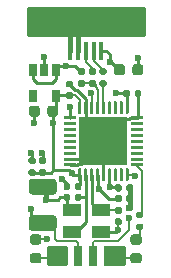
<source format=gbr>
%TF.GenerationSoftware,KiCad,Pcbnew,(5.1.8)-1*%
%TF.CreationDate,2021-01-22T22:27:45+01:00*%
%TF.ProjectId,IRMP_stm32,49524d50-5f73-4746-9d33-322e6b696361,rev?*%
%TF.SameCoordinates,Original*%
%TF.FileFunction,Copper,L1,Top*%
%TF.FilePolarity,Positive*%
%FSLAX46Y46*%
G04 Gerber Fmt 4.6, Leading zero omitted, Abs format (unit mm)*
G04 Created by KiCad (PCBNEW (5.1.8)-1) date 2021-01-22 22:27:45*
%MOMM*%
%LPD*%
G01*
G04 APERTURE LIST*
%TA.AperFunction,SMDPad,CuDef*%
%ADD10R,1.500000X1.000000*%
%TD*%
%TA.AperFunction,SMDPad,CuDef*%
%ADD11R,0.800000X1.800000*%
%TD*%
%TA.AperFunction,SMDPad,CuDef*%
%ADD12R,2.000000X1.350000*%
%TD*%
%TA.AperFunction,SMDPad,CuDef*%
%ADD13R,0.400000X1.500000*%
%TD*%
%TA.AperFunction,SMDPad,CuDef*%
%ADD14R,0.650000X1.060000*%
%TD*%
%TA.AperFunction,SMDPad,CuDef*%
%ADD15R,4.100000X4.100000*%
%TD*%
%TA.AperFunction,ViaPad*%
%ADD16C,0.600000*%
%TD*%
%TA.AperFunction,Conductor*%
%ADD17C,0.250000*%
%TD*%
%TA.AperFunction,Conductor*%
%ADD18C,0.400000*%
%TD*%
%TA.AperFunction,Conductor*%
%ADD19C,0.200000*%
%TD*%
%TA.AperFunction,Conductor*%
%ADD20C,0.254000*%
%TD*%
%TA.AperFunction,Conductor*%
%ADD21C,0.100000*%
%TD*%
G04 APERTURE END LIST*
D10*
%TO.P,XC1,4*%
%TO.N,GNDD*%
X121250000Y-115800000D03*
%TO.P,XC1,3*%
%TO.N,/OSC_IN*%
X118750000Y-115800000D03*
%TO.P,XC1,2*%
%TO.N,GNDD*%
X118750000Y-114000000D03*
%TO.P,XC1,1*%
%TO.N,/OSC_OUT*%
X121250000Y-114000000D03*
%TD*%
D11*
%TO.P,U1,4*%
%TO.N,GNDD*%
X121855000Y-117850000D03*
%TO.P,U1,3*%
%TO.N,/IR_PIN*%
X120585000Y-117850000D03*
%TO.P,U1,2*%
%TO.N,/IR_PWR*%
X119315000Y-117850000D03*
%TO.P,U1,1*%
%TO.N,GNDD*%
X118045000Y-117850000D03*
%TD*%
D12*
%TO.P,X1,6*%
%TO.N,GNDD*%
X116600000Y-97800000D03*
D13*
%TO.P,X1,1*%
%TO.N,+5V*%
X121250000Y-100500000D03*
%TO.P,X1,2*%
%TO.N,/USBCD-*%
X120600000Y-100500000D03*
%TO.P,X1,3*%
%TO.N,/USBCD+*%
X119950000Y-100500000D03*
%TO.P,X1,4*%
%TO.N,GNDD*%
X119300000Y-100500000D03*
%TO.P,X1,5*%
X118650000Y-100500000D03*
D12*
%TO.P,X1,7*%
X123300000Y-97800000D03*
%TD*%
%TO.P,R5,2*%
%TO.N,/LED_PIN*%
%TA.AperFunction,SMDPad,CuDef*%
G36*
G01*
X124685000Y-114650000D02*
X124315000Y-114650000D01*
G75*
G02*
X124180000Y-114515000I0J135000D01*
G01*
X124180000Y-114245000D01*
G75*
G02*
X124315000Y-114110000I135000J0D01*
G01*
X124685000Y-114110000D01*
G75*
G02*
X124820000Y-114245000I0J-135000D01*
G01*
X124820000Y-114515000D01*
G75*
G02*
X124685000Y-114650000I-135000J0D01*
G01*
G37*
%TD.AperFunction*%
%TO.P,R5,1*%
%TO.N,Net-(D1-Pad2)*%
%TA.AperFunction,SMDPad,CuDef*%
G36*
G01*
X124685000Y-115670000D02*
X124315000Y-115670000D01*
G75*
G02*
X124180000Y-115535000I0J135000D01*
G01*
X124180000Y-115265000D01*
G75*
G02*
X124315000Y-115130000I135000J0D01*
G01*
X124685000Y-115130000D01*
G75*
G02*
X124820000Y-115265000I0J-135000D01*
G01*
X124820000Y-115535000D01*
G75*
G02*
X124685000Y-115670000I-135000J0D01*
G01*
G37*
%TD.AperFunction*%
%TD*%
%TO.P,D1,2*%
%TO.N,Net-(D1-Pad2)*%
%TA.AperFunction,SMDPad,CuDef*%
G36*
G01*
X124456250Y-116912500D02*
X123943750Y-116912500D01*
G75*
G02*
X123725000Y-116693750I0J218750D01*
G01*
X123725000Y-116256250D01*
G75*
G02*
X123943750Y-116037500I218750J0D01*
G01*
X124456250Y-116037500D01*
G75*
G02*
X124675000Y-116256250I0J-218750D01*
G01*
X124675000Y-116693750D01*
G75*
G02*
X124456250Y-116912500I-218750J0D01*
G01*
G37*
%TD.AperFunction*%
%TO.P,D1,1*%
%TO.N,GNDD*%
%TA.AperFunction,SMDPad,CuDef*%
G36*
G01*
X124456250Y-118487500D02*
X123943750Y-118487500D01*
G75*
G02*
X123725000Y-118268750I0J218750D01*
G01*
X123725000Y-117831250D01*
G75*
G02*
X123943750Y-117612500I218750J0D01*
G01*
X124456250Y-117612500D01*
G75*
G02*
X124675000Y-117831250I0J-218750D01*
G01*
X124675000Y-118268750D01*
G75*
G02*
X124456250Y-118487500I-218750J0D01*
G01*
G37*
%TD.AperFunction*%
%TD*%
%TO.P,R6,2*%
%TO.N,+3V3*%
%TA.AperFunction,SMDPad,CuDef*%
G36*
G01*
X116115000Y-110530000D02*
X116485000Y-110530000D01*
G75*
G02*
X116620000Y-110665000I0J-135000D01*
G01*
X116620000Y-110935000D01*
G75*
G02*
X116485000Y-111070000I-135000J0D01*
G01*
X116115000Y-111070000D01*
G75*
G02*
X115980000Y-110935000I0J135000D01*
G01*
X115980000Y-110665000D01*
G75*
G02*
X116115000Y-110530000I135000J0D01*
G01*
G37*
%TD.AperFunction*%
%TO.P,R6,1*%
%TO.N,Net-(D2-Pad2)*%
%TA.AperFunction,SMDPad,CuDef*%
G36*
G01*
X116115000Y-109510000D02*
X116485000Y-109510000D01*
G75*
G02*
X116620000Y-109645000I0J-135000D01*
G01*
X116620000Y-109915000D01*
G75*
G02*
X116485000Y-110050000I-135000J0D01*
G01*
X116115000Y-110050000D01*
G75*
G02*
X115980000Y-109915000I0J135000D01*
G01*
X115980000Y-109645000D01*
G75*
G02*
X116115000Y-109510000I135000J0D01*
G01*
G37*
%TD.AperFunction*%
%TD*%
%TO.P,D2,2*%
%TO.N,Net-(D2-Pad2)*%
%TA.AperFunction,SMDPad,CuDef*%
G36*
G01*
X115956250Y-116912500D02*
X115443750Y-116912500D01*
G75*
G02*
X115225000Y-116693750I0J218750D01*
G01*
X115225000Y-116256250D01*
G75*
G02*
X115443750Y-116037500I218750J0D01*
G01*
X115956250Y-116037500D01*
G75*
G02*
X116175000Y-116256250I0J-218750D01*
G01*
X116175000Y-116693750D01*
G75*
G02*
X115956250Y-116912500I-218750J0D01*
G01*
G37*
%TD.AperFunction*%
%TO.P,D2,1*%
%TO.N,GNDD*%
%TA.AperFunction,SMDPad,CuDef*%
G36*
G01*
X115956250Y-118487500D02*
X115443750Y-118487500D01*
G75*
G02*
X115225000Y-118268750I0J218750D01*
G01*
X115225000Y-117831250D01*
G75*
G02*
X115443750Y-117612500I218750J0D01*
G01*
X115956250Y-117612500D01*
G75*
G02*
X116175000Y-117831250I0J-218750D01*
G01*
X116175000Y-118268750D01*
G75*
G02*
X115956250Y-118487500I-218750J0D01*
G01*
G37*
%TD.AperFunction*%
%TD*%
%TO.P,C1,2*%
%TO.N,GNDD*%
%TA.AperFunction,SMDPad,CuDef*%
G36*
G01*
X117225001Y-112662500D02*
X115374999Y-112662500D01*
G75*
G02*
X115125000Y-112412501I0J249999D01*
G01*
X115125000Y-111587499D01*
G75*
G02*
X115374999Y-111337500I249999J0D01*
G01*
X117225001Y-111337500D01*
G75*
G02*
X117475000Y-111587499I0J-249999D01*
G01*
X117475000Y-112412501D01*
G75*
G02*
X117225001Y-112662500I-249999J0D01*
G01*
G37*
%TD.AperFunction*%
%TO.P,C1,1*%
%TO.N,/IR_PWR*%
%TA.AperFunction,SMDPad,CuDef*%
G36*
G01*
X117225001Y-115737500D02*
X115374999Y-115737500D01*
G75*
G02*
X115125000Y-115487501I0J249999D01*
G01*
X115125000Y-114662499D01*
G75*
G02*
X115374999Y-114412500I249999J0D01*
G01*
X117225001Y-114412500D01*
G75*
G02*
X117475000Y-114662499I0J-249999D01*
G01*
X117475000Y-115487501D01*
G75*
G02*
X117225001Y-115737500I-249999J0D01*
G01*
G37*
%TD.AperFunction*%
%TD*%
D14*
%TO.P,U2,5*%
%TO.N,+3V3*%
X117400000Y-104300000D03*
%TO.P,U2,4*%
%TO.N,Net-(U2-Pad4)*%
X115500000Y-104300000D03*
%TO.P,U2,3*%
%TO.N,+5V*%
X115500000Y-102100000D03*
%TO.P,U2,2*%
%TO.N,GNDD*%
X116450000Y-102100000D03*
%TO.P,U2,1*%
%TO.N,+5V*%
X117400000Y-102100000D03*
%TD*%
D15*
%TO.P,U3,37*%
%TO.N,GNDD*%
X121443000Y-108152000D03*
%TO.P,U3,36*%
%TA.AperFunction,SMDPad,CuDef*%
G36*
G01*
X119080500Y-110277000D02*
X118130500Y-110277000D01*
G75*
G02*
X118068000Y-110214500I0J62500D01*
G01*
X118068000Y-110089500D01*
G75*
G02*
X118130500Y-110027000I62500J0D01*
G01*
X119080500Y-110027000D01*
G75*
G02*
X119143000Y-110089500I0J-62500D01*
G01*
X119143000Y-110214500D01*
G75*
G02*
X119080500Y-110277000I-62500J0D01*
G01*
G37*
%TD.AperFunction*%
%TO.P,U3,35*%
%TA.AperFunction,SMDPad,CuDef*%
G36*
G01*
X119080500Y-109777000D02*
X118130500Y-109777000D01*
G75*
G02*
X118068000Y-109714500I0J62500D01*
G01*
X118068000Y-109589500D01*
G75*
G02*
X118130500Y-109527000I62500J0D01*
G01*
X119080500Y-109527000D01*
G75*
G02*
X119143000Y-109589500I0J-62500D01*
G01*
X119143000Y-109714500D01*
G75*
G02*
X119080500Y-109777000I-62500J0D01*
G01*
G37*
%TD.AperFunction*%
%TO.P,U3,34*%
%TO.N,Net-(U3-Pad34)*%
%TA.AperFunction,SMDPad,CuDef*%
G36*
G01*
X119080500Y-109277000D02*
X118130500Y-109277000D01*
G75*
G02*
X118068000Y-109214500I0J62500D01*
G01*
X118068000Y-109089500D01*
G75*
G02*
X118130500Y-109027000I62500J0D01*
G01*
X119080500Y-109027000D01*
G75*
G02*
X119143000Y-109089500I0J-62500D01*
G01*
X119143000Y-109214500D01*
G75*
G02*
X119080500Y-109277000I-62500J0D01*
G01*
G37*
%TD.AperFunction*%
%TO.P,U3,33*%
%TO.N,Net-(U3-Pad33)*%
%TA.AperFunction,SMDPad,CuDef*%
G36*
G01*
X119080500Y-108777000D02*
X118130500Y-108777000D01*
G75*
G02*
X118068000Y-108714500I0J62500D01*
G01*
X118068000Y-108589500D01*
G75*
G02*
X118130500Y-108527000I62500J0D01*
G01*
X119080500Y-108527000D01*
G75*
G02*
X119143000Y-108589500I0J-62500D01*
G01*
X119143000Y-108714500D01*
G75*
G02*
X119080500Y-108777000I-62500J0D01*
G01*
G37*
%TD.AperFunction*%
%TO.P,U3,32*%
%TO.N,Net-(U3-Pad32)*%
%TA.AperFunction,SMDPad,CuDef*%
G36*
G01*
X119080500Y-108277000D02*
X118130500Y-108277000D01*
G75*
G02*
X118068000Y-108214500I0J62500D01*
G01*
X118068000Y-108089500D01*
G75*
G02*
X118130500Y-108027000I62500J0D01*
G01*
X119080500Y-108027000D01*
G75*
G02*
X119143000Y-108089500I0J-62500D01*
G01*
X119143000Y-108214500D01*
G75*
G02*
X119080500Y-108277000I-62500J0D01*
G01*
G37*
%TD.AperFunction*%
%TO.P,U3,31*%
%TO.N,Net-(U3-Pad31)*%
%TA.AperFunction,SMDPad,CuDef*%
G36*
G01*
X119080500Y-107777000D02*
X118130500Y-107777000D01*
G75*
G02*
X118068000Y-107714500I0J62500D01*
G01*
X118068000Y-107589500D01*
G75*
G02*
X118130500Y-107527000I62500J0D01*
G01*
X119080500Y-107527000D01*
G75*
G02*
X119143000Y-107589500I0J-62500D01*
G01*
X119143000Y-107714500D01*
G75*
G02*
X119080500Y-107777000I-62500J0D01*
G01*
G37*
%TD.AperFunction*%
%TO.P,U3,30*%
%TO.N,Net-(U3-Pad30)*%
%TA.AperFunction,SMDPad,CuDef*%
G36*
G01*
X119080500Y-107277000D02*
X118130500Y-107277000D01*
G75*
G02*
X118068000Y-107214500I0J62500D01*
G01*
X118068000Y-107089500D01*
G75*
G02*
X118130500Y-107027000I62500J0D01*
G01*
X119080500Y-107027000D01*
G75*
G02*
X119143000Y-107089500I0J-62500D01*
G01*
X119143000Y-107214500D01*
G75*
G02*
X119080500Y-107277000I-62500J0D01*
G01*
G37*
%TD.AperFunction*%
%TO.P,U3,29*%
%TO.N,Net-(U3-Pad29)*%
%TA.AperFunction,SMDPad,CuDef*%
G36*
G01*
X119080500Y-106777000D02*
X118130500Y-106777000D01*
G75*
G02*
X118068000Y-106714500I0J62500D01*
G01*
X118068000Y-106589500D01*
G75*
G02*
X118130500Y-106527000I62500J0D01*
G01*
X119080500Y-106527000D01*
G75*
G02*
X119143000Y-106589500I0J-62500D01*
G01*
X119143000Y-106714500D01*
G75*
G02*
X119080500Y-106777000I-62500J0D01*
G01*
G37*
%TD.AperFunction*%
%TO.P,U3,28*%
%TO.N,/SWCLK*%
%TA.AperFunction,SMDPad,CuDef*%
G36*
G01*
X119080500Y-106277000D02*
X118130500Y-106277000D01*
G75*
G02*
X118068000Y-106214500I0J62500D01*
G01*
X118068000Y-106089500D01*
G75*
G02*
X118130500Y-106027000I62500J0D01*
G01*
X119080500Y-106027000D01*
G75*
G02*
X119143000Y-106089500I0J-62500D01*
G01*
X119143000Y-106214500D01*
G75*
G02*
X119080500Y-106277000I-62500J0D01*
G01*
G37*
%TD.AperFunction*%
%TO.P,U3,27*%
%TO.N,+3V3*%
%TA.AperFunction,SMDPad,CuDef*%
G36*
G01*
X119505500Y-105852000D02*
X119380500Y-105852000D01*
G75*
G02*
X119318000Y-105789500I0J62500D01*
G01*
X119318000Y-104839500D01*
G75*
G02*
X119380500Y-104777000I62500J0D01*
G01*
X119505500Y-104777000D01*
G75*
G02*
X119568000Y-104839500I0J-62500D01*
G01*
X119568000Y-105789500D01*
G75*
G02*
X119505500Y-105852000I-62500J0D01*
G01*
G37*
%TD.AperFunction*%
%TO.P,U3,26*%
%TO.N,GNDD*%
%TA.AperFunction,SMDPad,CuDef*%
G36*
G01*
X120005500Y-105852000D02*
X119880500Y-105852000D01*
G75*
G02*
X119818000Y-105789500I0J62500D01*
G01*
X119818000Y-104839500D01*
G75*
G02*
X119880500Y-104777000I62500J0D01*
G01*
X120005500Y-104777000D01*
G75*
G02*
X120068000Y-104839500I0J-62500D01*
G01*
X120068000Y-105789500D01*
G75*
G02*
X120005500Y-105852000I-62500J0D01*
G01*
G37*
%TD.AperFunction*%
%TO.P,U3,25*%
%TO.N,/SWDIO*%
%TA.AperFunction,SMDPad,CuDef*%
G36*
G01*
X120505500Y-105852000D02*
X120380500Y-105852000D01*
G75*
G02*
X120318000Y-105789500I0J62500D01*
G01*
X120318000Y-104839500D01*
G75*
G02*
X120380500Y-104777000I62500J0D01*
G01*
X120505500Y-104777000D01*
G75*
G02*
X120568000Y-104839500I0J-62500D01*
G01*
X120568000Y-105789500D01*
G75*
G02*
X120505500Y-105852000I-62500J0D01*
G01*
G37*
%TD.AperFunction*%
%TO.P,U3,24*%
%TO.N,/USBD+*%
%TA.AperFunction,SMDPad,CuDef*%
G36*
G01*
X121005500Y-105852000D02*
X120880500Y-105852000D01*
G75*
G02*
X120818000Y-105789500I0J62500D01*
G01*
X120818000Y-104839500D01*
G75*
G02*
X120880500Y-104777000I62500J0D01*
G01*
X121005500Y-104777000D01*
G75*
G02*
X121068000Y-104839500I0J-62500D01*
G01*
X121068000Y-105789500D01*
G75*
G02*
X121005500Y-105852000I-62500J0D01*
G01*
G37*
%TD.AperFunction*%
%TO.P,U3,23*%
%TO.N,/USBD-*%
%TA.AperFunction,SMDPad,CuDef*%
G36*
G01*
X121505500Y-105852000D02*
X121380500Y-105852000D01*
G75*
G02*
X121318000Y-105789500I0J62500D01*
G01*
X121318000Y-104839500D01*
G75*
G02*
X121380500Y-104777000I62500J0D01*
G01*
X121505500Y-104777000D01*
G75*
G02*
X121568000Y-104839500I0J-62500D01*
G01*
X121568000Y-105789500D01*
G75*
G02*
X121505500Y-105852000I-62500J0D01*
G01*
G37*
%TD.AperFunction*%
%TO.P,U3,22*%
%TO.N,Net-(U3-Pad22)*%
%TA.AperFunction,SMDPad,CuDef*%
G36*
G01*
X122005500Y-105852000D02*
X121880500Y-105852000D01*
G75*
G02*
X121818000Y-105789500I0J62500D01*
G01*
X121818000Y-104839500D01*
G75*
G02*
X121880500Y-104777000I62500J0D01*
G01*
X122005500Y-104777000D01*
G75*
G02*
X122068000Y-104839500I0J-62500D01*
G01*
X122068000Y-105789500D01*
G75*
G02*
X122005500Y-105852000I-62500J0D01*
G01*
G37*
%TD.AperFunction*%
%TO.P,U3,21*%
%TO.N,Net-(U3-Pad21)*%
%TA.AperFunction,SMDPad,CuDef*%
G36*
G01*
X122505500Y-105852000D02*
X122380500Y-105852000D01*
G75*
G02*
X122318000Y-105789500I0J62500D01*
G01*
X122318000Y-104839500D01*
G75*
G02*
X122380500Y-104777000I62500J0D01*
G01*
X122505500Y-104777000D01*
G75*
G02*
X122568000Y-104839500I0J-62500D01*
G01*
X122568000Y-105789500D01*
G75*
G02*
X122505500Y-105852000I-62500J0D01*
G01*
G37*
%TD.AperFunction*%
%TO.P,U3,20*%
%TO.N,Net-(U3-Pad20)*%
%TA.AperFunction,SMDPad,CuDef*%
G36*
G01*
X123005500Y-105852000D02*
X122880500Y-105852000D01*
G75*
G02*
X122818000Y-105789500I0J62500D01*
G01*
X122818000Y-104839500D01*
G75*
G02*
X122880500Y-104777000I62500J0D01*
G01*
X123005500Y-104777000D01*
G75*
G02*
X123068000Y-104839500I0J-62500D01*
G01*
X123068000Y-105789500D01*
G75*
G02*
X123005500Y-105852000I-62500J0D01*
G01*
G37*
%TD.AperFunction*%
%TO.P,U3,19*%
%TO.N,+3V3*%
%TA.AperFunction,SMDPad,CuDef*%
G36*
G01*
X123505500Y-105852000D02*
X123380500Y-105852000D01*
G75*
G02*
X123318000Y-105789500I0J62500D01*
G01*
X123318000Y-104839500D01*
G75*
G02*
X123380500Y-104777000I62500J0D01*
G01*
X123505500Y-104777000D01*
G75*
G02*
X123568000Y-104839500I0J-62500D01*
G01*
X123568000Y-105789500D01*
G75*
G02*
X123505500Y-105852000I-62500J0D01*
G01*
G37*
%TD.AperFunction*%
%TO.P,U3,18*%
%TO.N,GNDD*%
%TA.AperFunction,SMDPad,CuDef*%
G36*
G01*
X124755500Y-106277000D02*
X123805500Y-106277000D01*
G75*
G02*
X123743000Y-106214500I0J62500D01*
G01*
X123743000Y-106089500D01*
G75*
G02*
X123805500Y-106027000I62500J0D01*
G01*
X124755500Y-106027000D01*
G75*
G02*
X124818000Y-106089500I0J-62500D01*
G01*
X124818000Y-106214500D01*
G75*
G02*
X124755500Y-106277000I-62500J0D01*
G01*
G37*
%TD.AperFunction*%
%TO.P,U3,17*%
%TO.N,Net-(U3-Pad17)*%
%TA.AperFunction,SMDPad,CuDef*%
G36*
G01*
X124755500Y-106777000D02*
X123805500Y-106777000D01*
G75*
G02*
X123743000Y-106714500I0J62500D01*
G01*
X123743000Y-106589500D01*
G75*
G02*
X123805500Y-106527000I62500J0D01*
G01*
X124755500Y-106527000D01*
G75*
G02*
X124818000Y-106589500I0J-62500D01*
G01*
X124818000Y-106714500D01*
G75*
G02*
X124755500Y-106777000I-62500J0D01*
G01*
G37*
%TD.AperFunction*%
%TO.P,U3,16*%
%TO.N,Net-(U3-Pad16)*%
%TA.AperFunction,SMDPad,CuDef*%
G36*
G01*
X124755500Y-107277000D02*
X123805500Y-107277000D01*
G75*
G02*
X123743000Y-107214500I0J62500D01*
G01*
X123743000Y-107089500D01*
G75*
G02*
X123805500Y-107027000I62500J0D01*
G01*
X124755500Y-107027000D01*
G75*
G02*
X124818000Y-107089500I0J-62500D01*
G01*
X124818000Y-107214500D01*
G75*
G02*
X124755500Y-107277000I-62500J0D01*
G01*
G37*
%TD.AperFunction*%
%TO.P,U3,15*%
%TO.N,Net-(U3-Pad15)*%
%TA.AperFunction,SMDPad,CuDef*%
G36*
G01*
X124755500Y-107777000D02*
X123805500Y-107777000D01*
G75*
G02*
X123743000Y-107714500I0J62500D01*
G01*
X123743000Y-107589500D01*
G75*
G02*
X123805500Y-107527000I62500J0D01*
G01*
X124755500Y-107527000D01*
G75*
G02*
X124818000Y-107589500I0J-62500D01*
G01*
X124818000Y-107714500D01*
G75*
G02*
X124755500Y-107777000I-62500J0D01*
G01*
G37*
%TD.AperFunction*%
%TO.P,U3,14*%
%TO.N,Net-(U3-Pad14)*%
%TA.AperFunction,SMDPad,CuDef*%
G36*
G01*
X124755500Y-108277000D02*
X123805500Y-108277000D01*
G75*
G02*
X123743000Y-108214500I0J62500D01*
G01*
X123743000Y-108089500D01*
G75*
G02*
X123805500Y-108027000I62500J0D01*
G01*
X124755500Y-108027000D01*
G75*
G02*
X124818000Y-108089500I0J-62500D01*
G01*
X124818000Y-108214500D01*
G75*
G02*
X124755500Y-108277000I-62500J0D01*
G01*
G37*
%TD.AperFunction*%
%TO.P,U3,13*%
%TO.N,Net-(U3-Pad13)*%
%TA.AperFunction,SMDPad,CuDef*%
G36*
G01*
X124755500Y-108777000D02*
X123805500Y-108777000D01*
G75*
G02*
X123743000Y-108714500I0J62500D01*
G01*
X123743000Y-108589500D01*
G75*
G02*
X123805500Y-108527000I62500J0D01*
G01*
X124755500Y-108527000D01*
G75*
G02*
X124818000Y-108589500I0J-62500D01*
G01*
X124818000Y-108714500D01*
G75*
G02*
X124755500Y-108777000I-62500J0D01*
G01*
G37*
%TD.AperFunction*%
%TO.P,U3,12*%
%TO.N,Net-(U3-Pad12)*%
%TA.AperFunction,SMDPad,CuDef*%
G36*
G01*
X124755500Y-109277000D02*
X123805500Y-109277000D01*
G75*
G02*
X123743000Y-109214500I0J62500D01*
G01*
X123743000Y-109089500D01*
G75*
G02*
X123805500Y-109027000I62500J0D01*
G01*
X124755500Y-109027000D01*
G75*
G02*
X124818000Y-109089500I0J-62500D01*
G01*
X124818000Y-109214500D01*
G75*
G02*
X124755500Y-109277000I-62500J0D01*
G01*
G37*
%TD.AperFunction*%
%TO.P,U3,11*%
%TO.N,Net-(U3-Pad11)*%
%TA.AperFunction,SMDPad,CuDef*%
G36*
G01*
X124755500Y-109777000D02*
X123805500Y-109777000D01*
G75*
G02*
X123743000Y-109714500I0J62500D01*
G01*
X123743000Y-109589500D01*
G75*
G02*
X123805500Y-109527000I62500J0D01*
G01*
X124755500Y-109527000D01*
G75*
G02*
X124818000Y-109589500I0J-62500D01*
G01*
X124818000Y-109714500D01*
G75*
G02*
X124755500Y-109777000I-62500J0D01*
G01*
G37*
%TD.AperFunction*%
%TO.P,U3,10*%
%TO.N,/LED_PIN*%
%TA.AperFunction,SMDPad,CuDef*%
G36*
G01*
X124755500Y-110277000D02*
X123805500Y-110277000D01*
G75*
G02*
X123743000Y-110214500I0J62500D01*
G01*
X123743000Y-110089500D01*
G75*
G02*
X123805500Y-110027000I62500J0D01*
G01*
X124755500Y-110027000D01*
G75*
G02*
X124818000Y-110089500I0J-62500D01*
G01*
X124818000Y-110214500D01*
G75*
G02*
X124755500Y-110277000I-62500J0D01*
G01*
G37*
%TD.AperFunction*%
%TO.P,U3,9*%
%TO.N,/IR_PIN*%
%TA.AperFunction,SMDPad,CuDef*%
G36*
G01*
X123505500Y-111527000D02*
X123380500Y-111527000D01*
G75*
G02*
X123318000Y-111464500I0J62500D01*
G01*
X123318000Y-110514500D01*
G75*
G02*
X123380500Y-110452000I62500J0D01*
G01*
X123505500Y-110452000D01*
G75*
G02*
X123568000Y-110514500I0J-62500D01*
G01*
X123568000Y-111464500D01*
G75*
G02*
X123505500Y-111527000I-62500J0D01*
G01*
G37*
%TD.AperFunction*%
%TO.P,U3,8*%
%TO.N,Net-(U3-Pad8)*%
%TA.AperFunction,SMDPad,CuDef*%
G36*
G01*
X123005500Y-111527000D02*
X122880500Y-111527000D01*
G75*
G02*
X122818000Y-111464500I0J62500D01*
G01*
X122818000Y-110514500D01*
G75*
G02*
X122880500Y-110452000I62500J0D01*
G01*
X123005500Y-110452000D01*
G75*
G02*
X123068000Y-110514500I0J-62500D01*
G01*
X123068000Y-111464500D01*
G75*
G02*
X123005500Y-111527000I-62500J0D01*
G01*
G37*
%TD.AperFunction*%
%TO.P,U3,7*%
%TO.N,Net-(U3-Pad7)*%
%TA.AperFunction,SMDPad,CuDef*%
G36*
G01*
X122505500Y-111527000D02*
X122380500Y-111527000D01*
G75*
G02*
X122318000Y-111464500I0J62500D01*
G01*
X122318000Y-110514500D01*
G75*
G02*
X122380500Y-110452000I62500J0D01*
G01*
X122505500Y-110452000D01*
G75*
G02*
X122568000Y-110514500I0J-62500D01*
G01*
X122568000Y-111464500D01*
G75*
G02*
X122505500Y-111527000I-62500J0D01*
G01*
G37*
%TD.AperFunction*%
%TO.P,U3,6*%
%TO.N,+3V3*%
%TA.AperFunction,SMDPad,CuDef*%
G36*
G01*
X122005500Y-111527000D02*
X121880500Y-111527000D01*
G75*
G02*
X121818000Y-111464500I0J62500D01*
G01*
X121818000Y-110514500D01*
G75*
G02*
X121880500Y-110452000I62500J0D01*
G01*
X122005500Y-110452000D01*
G75*
G02*
X122068000Y-110514500I0J-62500D01*
G01*
X122068000Y-111464500D01*
G75*
G02*
X122005500Y-111527000I-62500J0D01*
G01*
G37*
%TD.AperFunction*%
%TO.P,U3,5*%
%TO.N,GNDD*%
%TA.AperFunction,SMDPad,CuDef*%
G36*
G01*
X121505500Y-111527000D02*
X121380500Y-111527000D01*
G75*
G02*
X121318000Y-111464500I0J62500D01*
G01*
X121318000Y-110514500D01*
G75*
G02*
X121380500Y-110452000I62500J0D01*
G01*
X121505500Y-110452000D01*
G75*
G02*
X121568000Y-110514500I0J-62500D01*
G01*
X121568000Y-111464500D01*
G75*
G02*
X121505500Y-111527000I-62500J0D01*
G01*
G37*
%TD.AperFunction*%
%TO.P,U3,4*%
%TO.N,/NRST*%
%TA.AperFunction,SMDPad,CuDef*%
G36*
G01*
X121005500Y-111527000D02*
X120880500Y-111527000D01*
G75*
G02*
X120818000Y-111464500I0J62500D01*
G01*
X120818000Y-110514500D01*
G75*
G02*
X120880500Y-110452000I62500J0D01*
G01*
X121005500Y-110452000D01*
G75*
G02*
X121068000Y-110514500I0J-62500D01*
G01*
X121068000Y-111464500D01*
G75*
G02*
X121005500Y-111527000I-62500J0D01*
G01*
G37*
%TD.AperFunction*%
%TO.P,U3,3*%
%TO.N,/OSC_OUT*%
%TA.AperFunction,SMDPad,CuDef*%
G36*
G01*
X120505500Y-111527000D02*
X120380500Y-111527000D01*
G75*
G02*
X120318000Y-111464500I0J62500D01*
G01*
X120318000Y-110514500D01*
G75*
G02*
X120380500Y-110452000I62500J0D01*
G01*
X120505500Y-110452000D01*
G75*
G02*
X120568000Y-110514500I0J-62500D01*
G01*
X120568000Y-111464500D01*
G75*
G02*
X120505500Y-111527000I-62500J0D01*
G01*
G37*
%TD.AperFunction*%
%TO.P,U3,2*%
%TO.N,/OSC_IN*%
%TA.AperFunction,SMDPad,CuDef*%
G36*
G01*
X120005500Y-111527000D02*
X119880500Y-111527000D01*
G75*
G02*
X119818000Y-111464500I0J62500D01*
G01*
X119818000Y-110514500D01*
G75*
G02*
X119880500Y-110452000I62500J0D01*
G01*
X120005500Y-110452000D01*
G75*
G02*
X120068000Y-110514500I0J-62500D01*
G01*
X120068000Y-111464500D01*
G75*
G02*
X120005500Y-111527000I-62500J0D01*
G01*
G37*
%TD.AperFunction*%
%TO.P,U3,1*%
%TO.N,+3V3*%
%TA.AperFunction,SMDPad,CuDef*%
G36*
G01*
X119505500Y-111527000D02*
X119380500Y-111527000D01*
G75*
G02*
X119318000Y-111464500I0J62500D01*
G01*
X119318000Y-110514500D01*
G75*
G02*
X119380500Y-110452000I62500J0D01*
G01*
X119505500Y-110452000D01*
G75*
G02*
X119568000Y-110514500I0J-62500D01*
G01*
X119568000Y-111464500D01*
G75*
G02*
X119505500Y-111527000I-62500J0D01*
G01*
G37*
%TD.AperFunction*%
%TD*%
%TO.P,C6,2*%
%TO.N,+3V3*%
%TA.AperFunction,SMDPad,CuDef*%
G36*
G01*
X116700000Y-105850000D02*
X116700000Y-105350000D01*
G75*
G02*
X116925000Y-105125000I225000J0D01*
G01*
X117375000Y-105125000D01*
G75*
G02*
X117600000Y-105350000I0J-225000D01*
G01*
X117600000Y-105850000D01*
G75*
G02*
X117375000Y-106075000I-225000J0D01*
G01*
X116925000Y-106075000D01*
G75*
G02*
X116700000Y-105850000I0J225000D01*
G01*
G37*
%TD.AperFunction*%
%TO.P,C6,1*%
%TO.N,GNDD*%
%TA.AperFunction,SMDPad,CuDef*%
G36*
G01*
X115150000Y-105850000D02*
X115150000Y-105350000D01*
G75*
G02*
X115375000Y-105125000I225000J0D01*
G01*
X115825000Y-105125000D01*
G75*
G02*
X116050000Y-105350000I0J-225000D01*
G01*
X116050000Y-105850000D01*
G75*
G02*
X115825000Y-106075000I-225000J0D01*
G01*
X115375000Y-106075000D01*
G75*
G02*
X115150000Y-105850000I0J225000D01*
G01*
G37*
%TD.AperFunction*%
%TD*%
%TO.P,C7,2*%
%TO.N,+3V3*%
%TA.AperFunction,SMDPad,CuDef*%
G36*
G01*
X122980000Y-111930000D02*
X122980000Y-112270000D01*
G75*
G02*
X122840000Y-112410000I-140000J0D01*
G01*
X122560000Y-112410000D01*
G75*
G02*
X122420000Y-112270000I0J140000D01*
G01*
X122420000Y-111930000D01*
G75*
G02*
X122560000Y-111790000I140000J0D01*
G01*
X122840000Y-111790000D01*
G75*
G02*
X122980000Y-111930000I0J-140000D01*
G01*
G37*
%TD.AperFunction*%
%TO.P,C7,1*%
%TO.N,GNDD*%
%TA.AperFunction,SMDPad,CuDef*%
G36*
G01*
X123940000Y-111930000D02*
X123940000Y-112270000D01*
G75*
G02*
X123800000Y-112410000I-140000J0D01*
G01*
X123520000Y-112410000D01*
G75*
G02*
X123380000Y-112270000I0J140000D01*
G01*
X123380000Y-111930000D01*
G75*
G02*
X123520000Y-111790000I140000J0D01*
G01*
X123800000Y-111790000D01*
G75*
G02*
X123940000Y-111930000I0J-140000D01*
G01*
G37*
%TD.AperFunction*%
%TD*%
%TO.P,C4,2*%
%TO.N,/NRST*%
%TA.AperFunction,SMDPad,CuDef*%
G36*
G01*
X122980000Y-112830000D02*
X122980000Y-113170000D01*
G75*
G02*
X122840000Y-113310000I-140000J0D01*
G01*
X122560000Y-113310000D01*
G75*
G02*
X122420000Y-113170000I0J140000D01*
G01*
X122420000Y-112830000D01*
G75*
G02*
X122560000Y-112690000I140000J0D01*
G01*
X122840000Y-112690000D01*
G75*
G02*
X122980000Y-112830000I0J-140000D01*
G01*
G37*
%TD.AperFunction*%
%TO.P,C4,1*%
%TO.N,GNDD*%
%TA.AperFunction,SMDPad,CuDef*%
G36*
G01*
X123940000Y-112830000D02*
X123940000Y-113170000D01*
G75*
G02*
X123800000Y-113310000I-140000J0D01*
G01*
X123520000Y-113310000D01*
G75*
G02*
X123380000Y-113170000I0J140000D01*
G01*
X123380000Y-112830000D01*
G75*
G02*
X123520000Y-112690000I140000J0D01*
G01*
X123800000Y-112690000D01*
G75*
G02*
X123940000Y-112830000I0J-140000D01*
G01*
G37*
%TD.AperFunction*%
%TD*%
%TO.P,C2,2*%
%TO.N,/OSC_OUT*%
%TA.AperFunction,SMDPad,CuDef*%
G36*
G01*
X122870000Y-114280000D02*
X122530000Y-114280000D01*
G75*
G02*
X122390000Y-114140000I0J140000D01*
G01*
X122390000Y-113860000D01*
G75*
G02*
X122530000Y-113720000I140000J0D01*
G01*
X122870000Y-113720000D01*
G75*
G02*
X123010000Y-113860000I0J-140000D01*
G01*
X123010000Y-114140000D01*
G75*
G02*
X122870000Y-114280000I-140000J0D01*
G01*
G37*
%TD.AperFunction*%
%TO.P,C2,1*%
%TO.N,GNDD*%
%TA.AperFunction,SMDPad,CuDef*%
G36*
G01*
X122870000Y-115240000D02*
X122530000Y-115240000D01*
G75*
G02*
X122390000Y-115100000I0J140000D01*
G01*
X122390000Y-114820000D01*
G75*
G02*
X122530000Y-114680000I140000J0D01*
G01*
X122870000Y-114680000D01*
G75*
G02*
X123010000Y-114820000I0J-140000D01*
G01*
X123010000Y-115100000D01*
G75*
G02*
X122870000Y-115240000I-140000J0D01*
G01*
G37*
%TD.AperFunction*%
%TD*%
%TO.P,C3,2*%
%TO.N,+5V*%
%TA.AperFunction,SMDPad,CuDef*%
G36*
G01*
X123250000Y-101850000D02*
X123250000Y-102350000D01*
G75*
G02*
X123025000Y-102575000I-225000J0D01*
G01*
X122575000Y-102575000D01*
G75*
G02*
X122350000Y-102350000I0J225000D01*
G01*
X122350000Y-101850000D01*
G75*
G02*
X122575000Y-101625000I225000J0D01*
G01*
X123025000Y-101625000D01*
G75*
G02*
X123250000Y-101850000I0J-225000D01*
G01*
G37*
%TD.AperFunction*%
%TO.P,C3,1*%
%TO.N,GNDD*%
%TA.AperFunction,SMDPad,CuDef*%
G36*
G01*
X124800000Y-101850000D02*
X124800000Y-102350000D01*
G75*
G02*
X124575000Y-102575000I-225000J0D01*
G01*
X124125000Y-102575000D01*
G75*
G02*
X123900000Y-102350000I0J225000D01*
G01*
X123900000Y-101850000D01*
G75*
G02*
X124125000Y-101625000I225000J0D01*
G01*
X124575000Y-101625000D01*
G75*
G02*
X124800000Y-101850000I0J-225000D01*
G01*
G37*
%TD.AperFunction*%
%TD*%
%TO.P,C8,2*%
%TO.N,+3V3*%
%TA.AperFunction,SMDPad,CuDef*%
G36*
G01*
X123680000Y-103930000D02*
X123680000Y-104270000D01*
G75*
G02*
X123540000Y-104410000I-140000J0D01*
G01*
X123260000Y-104410000D01*
G75*
G02*
X123120000Y-104270000I0J140000D01*
G01*
X123120000Y-103930000D01*
G75*
G02*
X123260000Y-103790000I140000J0D01*
G01*
X123540000Y-103790000D01*
G75*
G02*
X123680000Y-103930000I0J-140000D01*
G01*
G37*
%TD.AperFunction*%
%TO.P,C8,1*%
%TO.N,GNDD*%
%TA.AperFunction,SMDPad,CuDef*%
G36*
G01*
X124640000Y-103930000D02*
X124640000Y-104270000D01*
G75*
G02*
X124500000Y-104410000I-140000J0D01*
G01*
X124220000Y-104410000D01*
G75*
G02*
X124080000Y-104270000I0J140000D01*
G01*
X124080000Y-103930000D01*
G75*
G02*
X124220000Y-103790000I140000J0D01*
G01*
X124500000Y-103790000D01*
G75*
G02*
X124640000Y-103930000I0J-140000D01*
G01*
G37*
%TD.AperFunction*%
%TD*%
%TO.P,R2,2*%
%TO.N,/USBCD+*%
%TA.AperFunction,SMDPad,CuDef*%
G36*
G01*
X120685000Y-102505000D02*
X120315000Y-102505000D01*
G75*
G02*
X120180000Y-102370000I0J135000D01*
G01*
X120180000Y-102100000D01*
G75*
G02*
X120315000Y-101965000I135000J0D01*
G01*
X120685000Y-101965000D01*
G75*
G02*
X120820000Y-102100000I0J-135000D01*
G01*
X120820000Y-102370000D01*
G75*
G02*
X120685000Y-102505000I-135000J0D01*
G01*
G37*
%TD.AperFunction*%
%TO.P,R2,1*%
%TO.N,/USBD+*%
%TA.AperFunction,SMDPad,CuDef*%
G36*
G01*
X120685000Y-103525000D02*
X120315000Y-103525000D01*
G75*
G02*
X120180000Y-103390000I0J135000D01*
G01*
X120180000Y-103120000D01*
G75*
G02*
X120315000Y-102985000I135000J0D01*
G01*
X120685000Y-102985000D01*
G75*
G02*
X120820000Y-103120000I0J-135000D01*
G01*
X120820000Y-103390000D01*
G75*
G02*
X120685000Y-103525000I-135000J0D01*
G01*
G37*
%TD.AperFunction*%
%TD*%
%TO.P,C9,2*%
%TO.N,+3V3*%
%TA.AperFunction,SMDPad,CuDef*%
G36*
G01*
X119020000Y-112170000D02*
X119020000Y-111830000D01*
G75*
G02*
X119160000Y-111690000I140000J0D01*
G01*
X119440000Y-111690000D01*
G75*
G02*
X119580000Y-111830000I0J-140000D01*
G01*
X119580000Y-112170000D01*
G75*
G02*
X119440000Y-112310000I-140000J0D01*
G01*
X119160000Y-112310000D01*
G75*
G02*
X119020000Y-112170000I0J140000D01*
G01*
G37*
%TD.AperFunction*%
%TO.P,C9,1*%
%TO.N,GNDD*%
%TA.AperFunction,SMDPad,CuDef*%
G36*
G01*
X118060000Y-112170000D02*
X118060000Y-111830000D01*
G75*
G02*
X118200000Y-111690000I140000J0D01*
G01*
X118480000Y-111690000D01*
G75*
G02*
X118620000Y-111830000I0J-140000D01*
G01*
X118620000Y-112170000D01*
G75*
G02*
X118480000Y-112310000I-140000J0D01*
G01*
X118200000Y-112310000D01*
G75*
G02*
X118060000Y-112170000I0J140000D01*
G01*
G37*
%TD.AperFunction*%
%TD*%
%TO.P,R3,2*%
%TO.N,+5V*%
%TA.AperFunction,SMDPad,CuDef*%
G36*
G01*
X119785000Y-102503000D02*
X119415000Y-102503000D01*
G75*
G02*
X119280000Y-102368000I0J135000D01*
G01*
X119280000Y-102098000D01*
G75*
G02*
X119415000Y-101963000I135000J0D01*
G01*
X119785000Y-101963000D01*
G75*
G02*
X119920000Y-102098000I0J-135000D01*
G01*
X119920000Y-102368000D01*
G75*
G02*
X119785000Y-102503000I-135000J0D01*
G01*
G37*
%TD.AperFunction*%
%TO.P,R3,1*%
%TO.N,/USBD+*%
%TA.AperFunction,SMDPad,CuDef*%
G36*
G01*
X119785000Y-103523000D02*
X119415000Y-103523000D01*
G75*
G02*
X119280000Y-103388000I0J135000D01*
G01*
X119280000Y-103118000D01*
G75*
G02*
X119415000Y-102983000I135000J0D01*
G01*
X119785000Y-102983000D01*
G75*
G02*
X119920000Y-103118000I0J-135000D01*
G01*
X119920000Y-103388000D01*
G75*
G02*
X119785000Y-103523000I-135000J0D01*
G01*
G37*
%TD.AperFunction*%
%TD*%
%TO.P,R1,2*%
%TO.N,/USBCD-*%
%TA.AperFunction,SMDPad,CuDef*%
G36*
G01*
X121585000Y-102505000D02*
X121215000Y-102505000D01*
G75*
G02*
X121080000Y-102370000I0J135000D01*
G01*
X121080000Y-102100000D01*
G75*
G02*
X121215000Y-101965000I135000J0D01*
G01*
X121585000Y-101965000D01*
G75*
G02*
X121720000Y-102100000I0J-135000D01*
G01*
X121720000Y-102370000D01*
G75*
G02*
X121585000Y-102505000I-135000J0D01*
G01*
G37*
%TD.AperFunction*%
%TO.P,R1,1*%
%TO.N,/USBD-*%
%TA.AperFunction,SMDPad,CuDef*%
G36*
G01*
X121585000Y-103525000D02*
X121215000Y-103525000D01*
G75*
G02*
X121080000Y-103390000I0J135000D01*
G01*
X121080000Y-103120000D01*
G75*
G02*
X121215000Y-102985000I135000J0D01*
G01*
X121585000Y-102985000D01*
G75*
G02*
X121720000Y-103120000I0J-135000D01*
G01*
X121720000Y-103390000D01*
G75*
G02*
X121585000Y-103525000I-135000J0D01*
G01*
G37*
%TD.AperFunction*%
%TD*%
%TO.P,R4,2*%
%TO.N,+3V3*%
%TA.AperFunction,SMDPad,CuDef*%
G36*
G01*
X115215000Y-110530000D02*
X115585000Y-110530000D01*
G75*
G02*
X115720000Y-110665000I0J-135000D01*
G01*
X115720000Y-110935000D01*
G75*
G02*
X115585000Y-111070000I-135000J0D01*
G01*
X115215000Y-111070000D01*
G75*
G02*
X115080000Y-110935000I0J135000D01*
G01*
X115080000Y-110665000D01*
G75*
G02*
X115215000Y-110530000I135000J0D01*
G01*
G37*
%TD.AperFunction*%
%TO.P,R4,1*%
%TO.N,/IR_PWR*%
%TA.AperFunction,SMDPad,CuDef*%
G36*
G01*
X115215000Y-109510000D02*
X115585000Y-109510000D01*
G75*
G02*
X115720000Y-109645000I0J-135000D01*
G01*
X115720000Y-109915000D01*
G75*
G02*
X115585000Y-110050000I-135000J0D01*
G01*
X115215000Y-110050000D01*
G75*
G02*
X115080000Y-109915000I0J135000D01*
G01*
X115080000Y-109645000D01*
G75*
G02*
X115215000Y-109510000I135000J0D01*
G01*
G37*
%TD.AperFunction*%
%TD*%
%TO.P,C10,2*%
%TO.N,+3V3*%
%TA.AperFunction,SMDPad,CuDef*%
G36*
G01*
X118383000Y-103987000D02*
X118723000Y-103987000D01*
G75*
G02*
X118863000Y-104127000I0J-140000D01*
G01*
X118863000Y-104407000D01*
G75*
G02*
X118723000Y-104547000I-140000J0D01*
G01*
X118383000Y-104547000D01*
G75*
G02*
X118243000Y-104407000I0J140000D01*
G01*
X118243000Y-104127000D01*
G75*
G02*
X118383000Y-103987000I140000J0D01*
G01*
G37*
%TD.AperFunction*%
%TO.P,C10,1*%
%TO.N,GNDD*%
%TA.AperFunction,SMDPad,CuDef*%
G36*
G01*
X118383000Y-103027000D02*
X118723000Y-103027000D01*
G75*
G02*
X118863000Y-103167000I0J-140000D01*
G01*
X118863000Y-103447000D01*
G75*
G02*
X118723000Y-103587000I-140000J0D01*
G01*
X118383000Y-103587000D01*
G75*
G02*
X118243000Y-103447000I0J140000D01*
G01*
X118243000Y-103167000D01*
G75*
G02*
X118383000Y-103027000I140000J0D01*
G01*
G37*
%TD.AperFunction*%
%TD*%
%TO.P,C5,2*%
%TO.N,/OSC_IN*%
%TA.AperFunction,SMDPad,CuDef*%
G36*
G01*
X119020000Y-113070000D02*
X119020000Y-112730000D01*
G75*
G02*
X119160000Y-112590000I140000J0D01*
G01*
X119440000Y-112590000D01*
G75*
G02*
X119580000Y-112730000I0J-140000D01*
G01*
X119580000Y-113070000D01*
G75*
G02*
X119440000Y-113210000I-140000J0D01*
G01*
X119160000Y-113210000D01*
G75*
G02*
X119020000Y-113070000I0J140000D01*
G01*
G37*
%TD.AperFunction*%
%TO.P,C5,1*%
%TO.N,GNDD*%
%TA.AperFunction,SMDPad,CuDef*%
G36*
G01*
X118060000Y-113070000D02*
X118060000Y-112730000D01*
G75*
G02*
X118200000Y-112590000I140000J0D01*
G01*
X118480000Y-112590000D01*
G75*
G02*
X118620000Y-112730000I0J-140000D01*
G01*
X118620000Y-113070000D01*
G75*
G02*
X118480000Y-113210000I-140000J0D01*
G01*
X118200000Y-113210000D01*
G75*
G02*
X118060000Y-113070000I0J140000D01*
G01*
G37*
%TD.AperFunction*%
%TD*%
D16*
%TO.N,GNDD*%
X116600000Y-113100000D03*
X117000000Y-118400000D03*
X117000000Y-117300000D03*
X122900000Y-118400000D03*
X122900000Y-117300000D03*
X123050000Y-108200000D03*
X121450000Y-108200000D03*
X119850000Y-108200000D03*
X121450000Y-106500000D03*
X123050000Y-106500000D03*
X119850000Y-106500000D03*
X121450000Y-109800000D03*
X123050000Y-109800000D03*
X119850000Y-109800000D03*
X118250000Y-97800000D03*
X121650000Y-97800000D03*
X119350000Y-97800000D03*
X120450002Y-97800000D03*
X115600000Y-106600000D03*
X124400000Y-101100000D03*
X116400000Y-101000000D03*
X122700006Y-115700000D03*
X123600000Y-113800000D03*
X117899477Y-111301868D03*
%TO.N,+5V*%
X118250000Y-101800000D03*
X122000000Y-101400000D03*
%TO.N,+3V3*%
X122000000Y-112000000D03*
X118750000Y-110800000D03*
X122500000Y-104100000D03*
X117200000Y-106600000D03*
%TO.N,/IR_PWR*%
X115300000Y-109100000D03*
X115300000Y-113900000D03*
%TO.N,/NRST*%
X121100000Y-112200000D03*
%TO.N,/SWDIO*%
X120400000Y-104100000D03*
%TO.N,/SWCLK*%
X118578400Y-105283000D03*
%TO.N,/IR_PIN*%
X124100000Y-111050000D03*
X123600000Y-114650000D03*
%TO.N,Net-(D2-Pad2)*%
X116700000Y-116400000D03*
X116200000Y-109100000D03*
%TD*%
D17*
%TO.N,GNDD*%
X119943000Y-106652000D02*
X121443000Y-108152000D01*
X119943000Y-105314500D02*
X119943000Y-106652000D01*
X124280500Y-106152000D02*
X124275100Y-106146600D01*
X123696422Y-106146600D02*
X123620222Y-106222800D01*
X124275100Y-106146600D02*
X123696422Y-106146600D01*
X123372200Y-106222800D02*
X121443000Y-108152000D01*
X123620222Y-106222800D02*
X123372200Y-106222800D01*
X118605500Y-110152000D02*
X119194978Y-110152000D01*
X119263378Y-110083600D02*
X119194978Y-110152000D01*
X119511400Y-110083600D02*
X121443000Y-108152000D01*
X119263378Y-110083600D02*
X119511400Y-110083600D01*
X121443000Y-110989500D02*
X121443000Y-108152000D01*
D18*
X118650000Y-100500000D02*
X118650000Y-97800000D01*
X118650000Y-97800000D02*
X118250000Y-97800000D01*
X119300000Y-100500000D02*
X119300000Y-100450000D01*
X119300000Y-100450000D02*
X119300000Y-97800000D01*
X119300000Y-97800000D02*
X118650000Y-97800000D01*
X123300000Y-97800000D02*
X121650000Y-97800000D01*
X118250000Y-97800000D02*
X116600000Y-97800000D01*
X119350000Y-97800000D02*
X119300000Y-97800000D01*
X121650000Y-97800000D02*
X120450002Y-97800000D01*
X119350000Y-97800000D02*
X120450002Y-97800000D01*
D17*
X117150000Y-98350000D02*
X116600000Y-97800000D01*
X124360000Y-106072500D02*
X124280500Y-106152000D01*
X124360000Y-104100000D02*
X124360000Y-106072500D01*
X124350000Y-102100000D02*
X124350000Y-101250000D01*
X124400000Y-101200000D02*
X124400000Y-101100000D01*
X124350000Y-101250000D02*
X124400000Y-101200000D01*
X116450000Y-101050000D02*
X116400000Y-101000000D01*
X116450000Y-102100000D02*
X116450000Y-101050000D01*
X115600000Y-106600000D02*
X115600000Y-105600000D01*
X119943000Y-105314500D02*
X119943000Y-104563196D01*
X118560626Y-103307000D02*
X118553000Y-103307000D01*
X119053626Y-103800000D02*
X118560626Y-103307000D01*
X119179804Y-103800000D02*
X119053626Y-103800000D01*
X119943000Y-104563196D02*
X119179804Y-103800000D01*
D18*
X123660000Y-112100000D02*
X123660000Y-113000000D01*
D19*
X116650000Y-118050000D02*
X117000000Y-118400000D01*
X115700000Y-118050000D02*
X116650000Y-118050000D01*
D17*
X118340000Y-112900000D02*
X117800000Y-112900000D01*
X117600000Y-113100000D02*
X116600000Y-113100000D01*
X117800000Y-112900000D02*
X117600000Y-113100000D01*
D18*
X116600000Y-112300000D02*
X116300000Y-112000000D01*
X116600000Y-113100000D02*
X116600000Y-112300000D01*
D19*
X123250000Y-118050000D02*
X122900000Y-118400000D01*
X124200000Y-118050000D02*
X123250000Y-118050000D01*
X122700000Y-114960000D02*
X122700000Y-115699994D01*
X122700000Y-115699994D02*
X122700006Y-115700000D01*
D18*
X123660000Y-113000000D02*
X123660000Y-113759998D01*
D17*
X118340000Y-111742391D02*
X117899477Y-111301868D01*
X118340000Y-112000000D02*
X118340000Y-111742391D01*
X119702000Y-109652000D02*
X119850000Y-109800000D01*
X118605500Y-109652000D02*
X119702000Y-109652000D01*
X122600006Y-115800000D02*
X122700006Y-115700000D01*
X121250000Y-115800000D02*
X122600006Y-115800000D01*
X118340000Y-113590000D02*
X118750000Y-114000000D01*
X118340000Y-112900000D02*
X118340000Y-113590000D01*
%TO.N,+5V*%
X115500000Y-102880000D02*
X115820000Y-103200000D01*
X115500000Y-102100000D02*
X115500000Y-102880000D01*
X115820000Y-103200000D02*
X117050000Y-103200000D01*
X117400000Y-102850000D02*
X117400000Y-102100000D01*
X117050000Y-103200000D02*
X117400000Y-102850000D01*
X119009000Y-101800000D02*
X119442000Y-102233000D01*
X118250000Y-101800000D02*
X119009000Y-101800000D01*
X118250000Y-101800000D02*
X117600000Y-101800000D01*
X117400000Y-102000000D02*
X117400000Y-102100000D01*
X117600000Y-101800000D02*
X117400000Y-102000000D01*
X122100000Y-101400000D02*
X122000000Y-101400000D01*
X122800000Y-102100000D02*
X122100000Y-101400000D01*
X121700000Y-100500000D02*
X122000000Y-100800000D01*
X121250000Y-100500000D02*
X121700000Y-100500000D01*
X122000000Y-100800000D02*
X122000000Y-101400000D01*
D19*
%TO.N,/USBD-*%
X121443000Y-103298000D02*
X121443000Y-105314500D01*
X121400000Y-103255000D02*
X121443000Y-103298000D01*
%TO.N,/USBD+*%
X120498000Y-103253000D02*
X120500000Y-103255000D01*
X119600000Y-103253000D02*
X120498000Y-103253000D01*
X120779990Y-103591988D02*
X121000001Y-103811999D01*
X120779990Y-103379990D02*
X120779990Y-103591988D01*
X121000001Y-103811999D02*
X121000001Y-104399999D01*
X120655000Y-103255000D02*
X120779990Y-103379990D01*
X120500000Y-103255000D02*
X120655000Y-103255000D01*
X120943000Y-104457000D02*
X120943000Y-105314500D01*
X121000001Y-104399999D02*
X120943000Y-104457000D01*
D17*
%TO.N,+3V3*%
X123443000Y-104143000D02*
X123400000Y-104100000D01*
X123443000Y-105314500D02*
X123443000Y-104143000D01*
X122500000Y-104100000D02*
X123400000Y-104100000D01*
X117433000Y-104267000D02*
X117400000Y-104300000D01*
X118553000Y-104267000D02*
X117433000Y-104267000D01*
X117150000Y-106550000D02*
X117200000Y-106600000D01*
X117150000Y-106500000D02*
X117150000Y-106550000D01*
X117200000Y-105650000D02*
X117150000Y-105600000D01*
X117200000Y-106600000D02*
X117200000Y-105650000D01*
X117400000Y-105350000D02*
X117150000Y-105600000D01*
X117400000Y-104300000D02*
X117400000Y-105350000D01*
D19*
X119045750Y-104267000D02*
X118553000Y-104267000D01*
X119443000Y-104664250D02*
X119045750Y-104267000D01*
X119443000Y-105314500D02*
X119443000Y-104664250D01*
D17*
X121943000Y-111943000D02*
X122000000Y-112000000D01*
X121943000Y-110989500D02*
X121943000Y-111943000D01*
X119443000Y-111857000D02*
X119300000Y-112000000D01*
X119443000Y-110989500D02*
X119443000Y-111857000D01*
X122600000Y-112000000D02*
X122700000Y-112100000D01*
X122000000Y-112000000D02*
X122600000Y-112000000D01*
X116300000Y-110800000D02*
X115400000Y-110800000D01*
X118750000Y-110800000D02*
X118750000Y-110950000D01*
X118789500Y-110989500D02*
X119443000Y-110989500D01*
X118750000Y-110950000D02*
X118789500Y-110989500D01*
X117000000Y-110800000D02*
X116300000Y-110800000D01*
X117200000Y-110600000D02*
X117000000Y-110800000D01*
X117200000Y-106600000D02*
X117200000Y-110600000D01*
X118552010Y-110602010D02*
X118750000Y-110800000D01*
X117202010Y-110602010D02*
X118552010Y-110602010D01*
X117200000Y-110600000D02*
X117202010Y-110602010D01*
%TO.N,/OSC_OUT*%
X120443000Y-110989500D02*
X120443000Y-113443000D01*
X121000000Y-114000000D02*
X121250000Y-114000000D01*
X120443000Y-113443000D02*
X121000000Y-114000000D01*
D19*
X121250000Y-114000000D02*
X122700000Y-114000000D01*
D17*
%TO.N,/OSC_IN*%
X119100000Y-115800000D02*
X118750000Y-115800000D01*
X119943000Y-114957000D02*
X119100000Y-115800000D01*
X119900000Y-112900000D02*
X119943000Y-112857000D01*
X119300000Y-112900000D02*
X119900000Y-112900000D01*
X119943000Y-112857000D02*
X119943000Y-114957000D01*
X119943000Y-110989500D02*
X119943000Y-112857000D01*
D19*
%TO.N,/IR_PWR*%
X116775000Y-115075000D02*
X116300000Y-115075000D01*
X117350000Y-115650000D02*
X116775000Y-115075000D01*
X119150000Y-116600000D02*
X117550000Y-116600000D01*
X117550000Y-116600000D02*
X117350000Y-116400000D01*
X119315000Y-116765000D02*
X119150000Y-116600000D01*
X117350000Y-116400000D02*
X117350000Y-115650000D01*
X119315000Y-117850000D02*
X119315000Y-116765000D01*
D17*
X115400000Y-109200000D02*
X115300000Y-109100000D01*
X115400000Y-109780000D02*
X115400000Y-109200000D01*
X115300000Y-113900000D02*
X115300000Y-114700000D01*
X115675000Y-115075000D02*
X116300000Y-115075000D01*
X115300000Y-114700000D02*
X115675000Y-115075000D01*
%TO.N,/NRST*%
X120943000Y-112043000D02*
X121100000Y-112200000D01*
X120943000Y-110989500D02*
X120943000Y-112043000D01*
X121900000Y-113000000D02*
X122700000Y-113000000D01*
X121100000Y-112200000D02*
X121900000Y-113000000D01*
D19*
%TO.N,/USBCD-*%
X120600000Y-101351054D02*
X120600000Y-100500000D01*
X121400000Y-102151054D02*
X120600000Y-101351054D01*
X121400000Y-102235000D02*
X121400000Y-102151054D01*
%TO.N,/USBCD+*%
X119950000Y-101415000D02*
X119950000Y-100500000D01*
X120500000Y-101965000D02*
X119950000Y-101415000D01*
X120500000Y-102235000D02*
X120500000Y-101965000D01*
%TO.N,/SWDIO*%
X120443000Y-104143000D02*
X120400000Y-104100000D01*
X120443000Y-105314500D02*
X120443000Y-104143000D01*
D17*
%TO.N,/SWCLK*%
X118605500Y-105310100D02*
X118578400Y-105283000D01*
X118605500Y-106152000D02*
X118605500Y-105310100D01*
D19*
%TO.N,Net-(D1-Pad2)*%
X124500000Y-116175000D02*
X124200000Y-116475000D01*
X124500000Y-115400000D02*
X124500000Y-116175000D01*
%TO.N,/IR_PIN*%
X120700000Y-116600000D02*
X122400000Y-116600000D01*
X120585000Y-116715000D02*
X120700000Y-116600000D01*
X120585000Y-117850000D02*
X120585000Y-116715000D01*
X124039500Y-110989500D02*
X124100000Y-111050000D01*
X123443000Y-110989500D02*
X124039500Y-110989500D01*
X123600000Y-115688008D02*
X123600000Y-114650000D01*
X122688008Y-116600000D02*
X123600000Y-115688008D01*
X122400000Y-116600000D02*
X122688008Y-116600000D01*
%TO.N,Net-(D2-Pad2)*%
X115775000Y-116400000D02*
X115700000Y-116475000D01*
X116700000Y-116400000D02*
X115775000Y-116400000D01*
D17*
X116300000Y-109200000D02*
X116200000Y-109100000D01*
X116300000Y-109780000D02*
X116300000Y-109200000D01*
D19*
%TO.N,/LED_PIN*%
X124280500Y-110152000D02*
X124280500Y-110280500D01*
X124280500Y-110280500D02*
X124700000Y-110700000D01*
X124700000Y-114180000D02*
X124500000Y-114380000D01*
X124700000Y-110700000D02*
X124700000Y-114180000D01*
%TD*%
D20*
%TO.N,GNDD*%
X124873000Y-99186824D02*
X115027000Y-99173176D01*
X115027000Y-96827000D01*
X124873000Y-96827000D01*
X124873000Y-99186824D01*
%TA.AperFunction,Conductor*%
D21*
G36*
X124873000Y-99186824D02*
G01*
X115027000Y-99173176D01*
X115027000Y-96827000D01*
X124873000Y-96827000D01*
X124873000Y-99186824D01*
G37*
%TD.AperFunction*%
%TD*%
D20*
%TO.N,GNDD*%
X118273000Y-118573000D02*
X116727000Y-118573000D01*
X116727000Y-117127000D01*
X118273000Y-117127000D01*
X118273000Y-118573000D01*
%TA.AperFunction,Conductor*%
D21*
G36*
X118273000Y-118573000D02*
G01*
X116727000Y-118573000D01*
X116727000Y-117127000D01*
X118273000Y-117127000D01*
X118273000Y-118573000D01*
G37*
%TD.AperFunction*%
%TD*%
D20*
%TO.N,GNDD*%
X123173000Y-118573000D02*
X121627000Y-118573000D01*
X121627000Y-117127000D01*
X123173000Y-117127000D01*
X123173000Y-118573000D01*
%TA.AperFunction,Conductor*%
D21*
G36*
X123173000Y-118573000D02*
G01*
X121627000Y-118573000D01*
X121627000Y-117127000D01*
X123173000Y-117127000D01*
X123173000Y-118573000D01*
G37*
%TD.AperFunction*%
%TD*%
M02*

</source>
